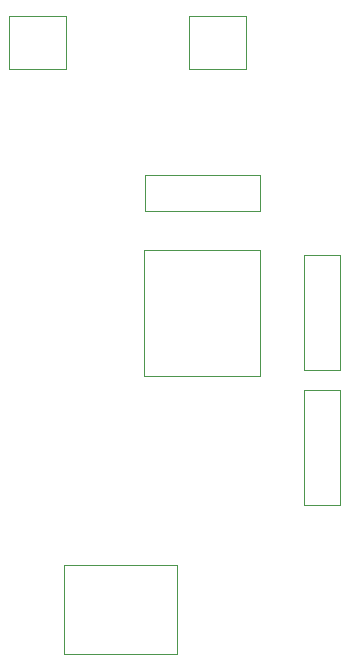
<source format=gbr>
%TF.GenerationSoftware,KiCad,Pcbnew,(5.1.8)-1*%
%TF.CreationDate,2021-08-08T22:25:58+05:30*%
%TF.ProjectId,1st,3173742e-6b69-4636-9164-5f7063625858,rev?*%
%TF.SameCoordinates,Original*%
%TF.FileFunction,Other,User*%
%FSLAX46Y46*%
G04 Gerber Fmt 4.6, Leading zero omitted, Abs format (unit mm)*
G04 Created by KiCad (PCBNEW (5.1.8)-1) date 2021-08-08 22:25:58*
%MOMM*%
%LPD*%
G01*
G04 APERTURE LIST*
%ADD10C,0.050000*%
G04 APERTURE END LIST*
D10*
%TO.C,D1*%
X58310000Y-44740000D02*
X53460000Y-44740000D01*
X58310000Y-49240000D02*
X58310000Y-44740000D01*
X53460000Y-49240000D02*
X58310000Y-49240000D01*
X53460000Y-44740000D02*
X53460000Y-49240000D01*
%TO.C,D2*%
X68700000Y-44740000D02*
X68700000Y-49240000D01*
X68700000Y-49240000D02*
X73550000Y-49240000D01*
X73550000Y-49240000D02*
X73550000Y-44740000D01*
X73550000Y-44740000D02*
X68700000Y-44740000D01*
%TO.C,R1*%
X78510000Y-74710000D02*
X81510000Y-74710000D01*
X81510000Y-74710000D02*
X81510000Y-64990000D01*
X81510000Y-64990000D02*
X78510000Y-64990000D01*
X78510000Y-64990000D02*
X78510000Y-74710000D01*
%TO.C,R2*%
X81510000Y-86140000D02*
X81510000Y-76420000D01*
X78510000Y-86140000D02*
X81510000Y-86140000D01*
X78510000Y-76420000D02*
X78510000Y-86140000D01*
X81510000Y-76420000D02*
X78510000Y-76420000D01*
%TO.C,R3*%
X64990000Y-61190000D02*
X74710000Y-61190000D01*
X64990000Y-58190000D02*
X64990000Y-61190000D01*
X74710000Y-58190000D02*
X64990000Y-58190000D01*
X74710000Y-61190000D02*
X74710000Y-58190000D01*
%TO.C,SW1*%
X67690000Y-91460000D02*
X67690000Y-98460000D01*
X67440000Y-98710000D02*
X58440000Y-98710000D01*
X58190000Y-98460000D02*
X58190000Y-91460000D01*
X58440000Y-91210000D02*
X67440000Y-91210000D01*
X58190000Y-98710000D02*
X58440000Y-98710000D01*
X58190000Y-98460000D02*
X58190000Y-98710000D01*
X58190000Y-91210000D02*
X58440000Y-91210000D01*
X58190000Y-91460000D02*
X58190000Y-91210000D01*
X67690000Y-91210000D02*
X67690000Y-91460000D01*
X67440000Y-91210000D02*
X67690000Y-91210000D01*
X67690000Y-98710000D02*
X67690000Y-98460000D01*
X67440000Y-98710000D02*
X67690000Y-98710000D01*
%TO.C,U1*%
X74740000Y-64490000D02*
X64940000Y-64490000D01*
X74740000Y-75190000D02*
X74740000Y-64490000D01*
X64940000Y-75190000D02*
X74740000Y-75190000D01*
X64940000Y-64490000D02*
X64940000Y-75190000D01*
%TD*%
M02*

</source>
